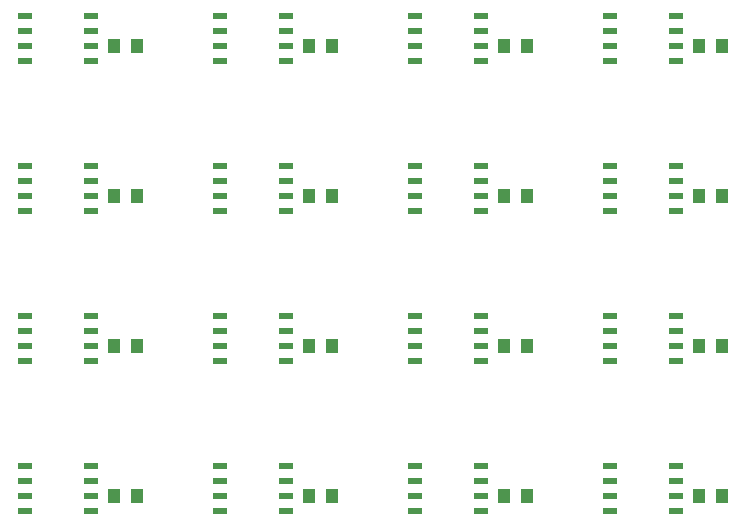
<source format=gbr>
G04 EAGLE Gerber X2 export*
%TF.Part,Single*%
%TF.FileFunction,Paste,Top*%
%TF.FilePolarity,Positive*%
%TF.GenerationSoftware,Autodesk,EAGLE,8.6.3*%
%TF.CreationDate,2018-04-24T10:21:06Z*%
G75*
%MOMM*%
%FSLAX34Y34*%
%LPD*%
%AMOC8*
5,1,8,0,0,1.08239X$1,22.5*%
G01*
%ADD10R,1.000000X1.250000*%
%ADD11R,1.200000X0.600000*%


D10*
X136050Y552450D03*
X156050Y552450D03*
D11*
X60900Y577850D03*
X60900Y565150D03*
X60900Y552450D03*
X60900Y539750D03*
X116900Y539750D03*
X116900Y552450D03*
X116900Y565150D03*
X116900Y577850D03*
D10*
X301150Y552450D03*
X321150Y552450D03*
D11*
X226000Y577850D03*
X226000Y565150D03*
X226000Y552450D03*
X226000Y539750D03*
X282000Y539750D03*
X282000Y552450D03*
X282000Y565150D03*
X282000Y577850D03*
D10*
X466250Y552450D03*
X486250Y552450D03*
D11*
X391100Y577850D03*
X391100Y565150D03*
X391100Y552450D03*
X391100Y539750D03*
X447100Y539750D03*
X447100Y552450D03*
X447100Y565150D03*
X447100Y577850D03*
D10*
X631350Y552450D03*
X651350Y552450D03*
D11*
X556200Y577850D03*
X556200Y565150D03*
X556200Y552450D03*
X556200Y539750D03*
X612200Y539750D03*
X612200Y552450D03*
X612200Y565150D03*
X612200Y577850D03*
D10*
X136050Y425450D03*
X156050Y425450D03*
D11*
X60900Y450850D03*
X60900Y438150D03*
X60900Y425450D03*
X60900Y412750D03*
X116900Y412750D03*
X116900Y425450D03*
X116900Y438150D03*
X116900Y450850D03*
D10*
X301150Y425450D03*
X321150Y425450D03*
D11*
X226000Y450850D03*
X226000Y438150D03*
X226000Y425450D03*
X226000Y412750D03*
X282000Y412750D03*
X282000Y425450D03*
X282000Y438150D03*
X282000Y450850D03*
D10*
X466250Y425450D03*
X486250Y425450D03*
D11*
X391100Y450850D03*
X391100Y438150D03*
X391100Y425450D03*
X391100Y412750D03*
X447100Y412750D03*
X447100Y425450D03*
X447100Y438150D03*
X447100Y450850D03*
D10*
X631350Y425450D03*
X651350Y425450D03*
D11*
X556200Y450850D03*
X556200Y438150D03*
X556200Y425450D03*
X556200Y412750D03*
X612200Y412750D03*
X612200Y425450D03*
X612200Y438150D03*
X612200Y450850D03*
D10*
X136050Y298450D03*
X156050Y298450D03*
D11*
X60900Y323850D03*
X60900Y311150D03*
X60900Y298450D03*
X60900Y285750D03*
X116900Y285750D03*
X116900Y298450D03*
X116900Y311150D03*
X116900Y323850D03*
D10*
X301150Y298450D03*
X321150Y298450D03*
D11*
X226000Y323850D03*
X226000Y311150D03*
X226000Y298450D03*
X226000Y285750D03*
X282000Y285750D03*
X282000Y298450D03*
X282000Y311150D03*
X282000Y323850D03*
D10*
X466250Y298450D03*
X486250Y298450D03*
D11*
X391100Y323850D03*
X391100Y311150D03*
X391100Y298450D03*
X391100Y285750D03*
X447100Y285750D03*
X447100Y298450D03*
X447100Y311150D03*
X447100Y323850D03*
D10*
X631350Y298450D03*
X651350Y298450D03*
D11*
X556200Y323850D03*
X556200Y311150D03*
X556200Y298450D03*
X556200Y285750D03*
X612200Y285750D03*
X612200Y298450D03*
X612200Y311150D03*
X612200Y323850D03*
D10*
X136050Y171450D03*
X156050Y171450D03*
D11*
X60900Y196850D03*
X60900Y184150D03*
X60900Y171450D03*
X60900Y158750D03*
X116900Y158750D03*
X116900Y171450D03*
X116900Y184150D03*
X116900Y196850D03*
D10*
X301150Y171450D03*
X321150Y171450D03*
D11*
X226000Y196850D03*
X226000Y184150D03*
X226000Y171450D03*
X226000Y158750D03*
X282000Y158750D03*
X282000Y171450D03*
X282000Y184150D03*
X282000Y196850D03*
D10*
X466250Y171450D03*
X486250Y171450D03*
D11*
X391100Y196850D03*
X391100Y184150D03*
X391100Y171450D03*
X391100Y158750D03*
X447100Y158750D03*
X447100Y171450D03*
X447100Y184150D03*
X447100Y196850D03*
D10*
X631350Y171450D03*
X651350Y171450D03*
D11*
X556200Y196850D03*
X556200Y184150D03*
X556200Y171450D03*
X556200Y158750D03*
X612200Y158750D03*
X612200Y171450D03*
X612200Y184150D03*
X612200Y196850D03*
M02*

</source>
